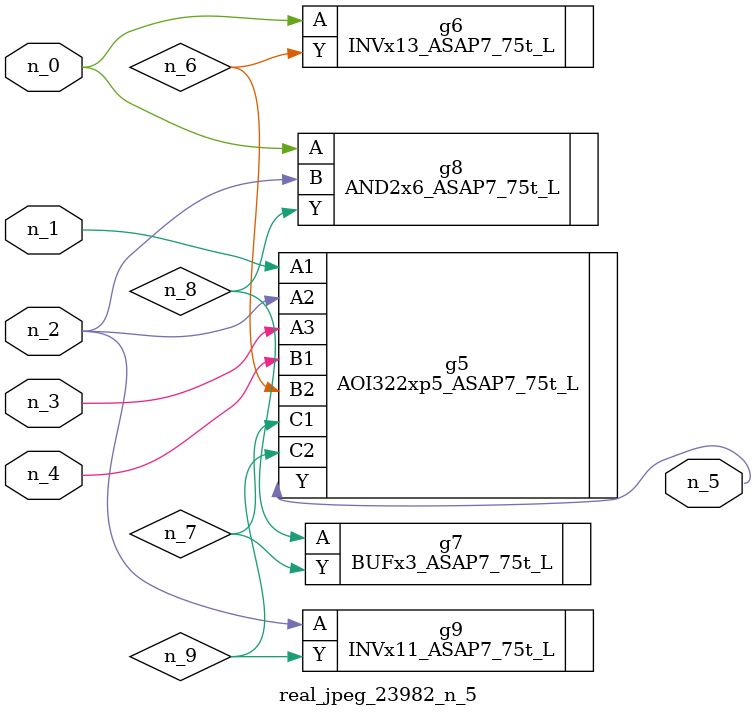
<source format=v>
module real_jpeg_23982_n_5 (n_4, n_0, n_1, n_2, n_3, n_5);

input n_4;
input n_0;
input n_1;
input n_2;
input n_3;

output n_5;

wire n_8;
wire n_6;
wire n_7;
wire n_9;

INVx13_ASAP7_75t_L g6 ( 
.A(n_0),
.Y(n_6)
);

AND2x6_ASAP7_75t_L g8 ( 
.A(n_0),
.B(n_2),
.Y(n_8)
);

AOI322xp5_ASAP7_75t_L g5 ( 
.A1(n_1),
.A2(n_2),
.A3(n_3),
.B1(n_4),
.B2(n_6),
.C1(n_7),
.C2(n_9),
.Y(n_5)
);

INVx11_ASAP7_75t_L g9 ( 
.A(n_2),
.Y(n_9)
);

BUFx3_ASAP7_75t_L g7 ( 
.A(n_8),
.Y(n_7)
);


endmodule
</source>
